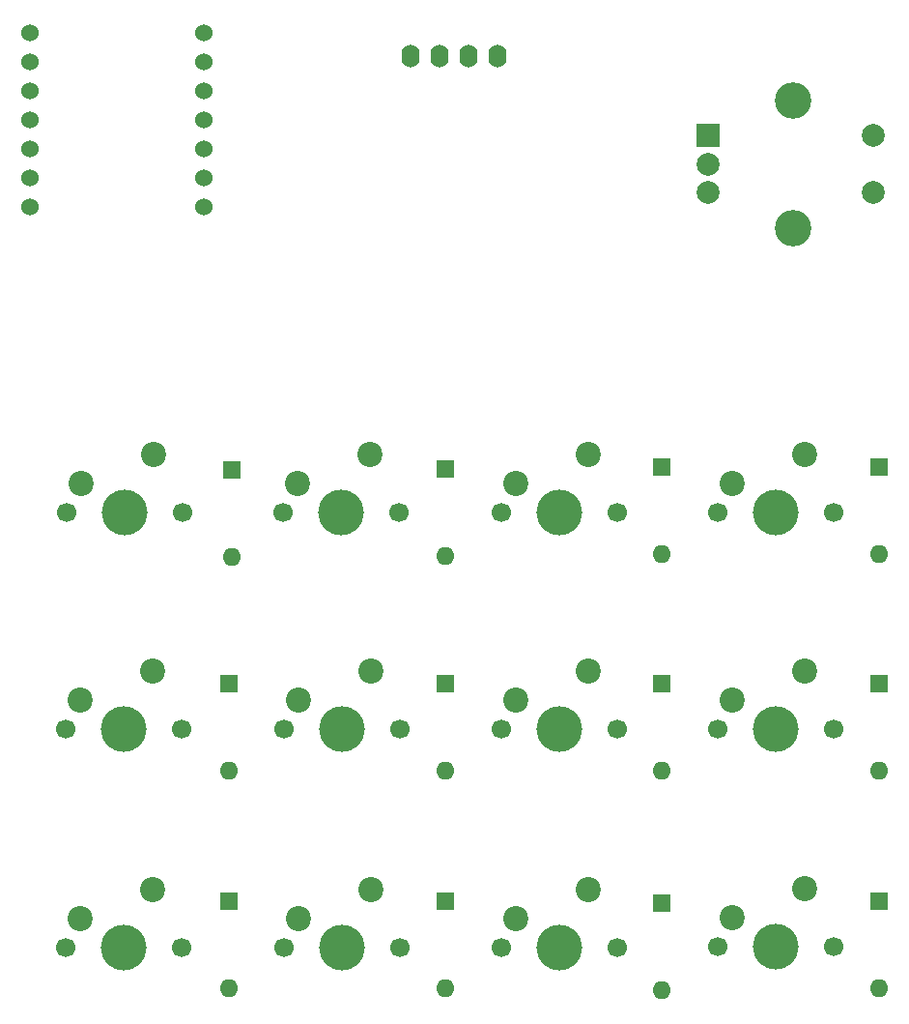
<source format=gbr>
%TF.GenerationSoftware,KiCad,Pcbnew,8.0.8*%
%TF.CreationDate,2025-02-20T19:12:18+01:00*%
%TF.ProjectId,lakypad,6c616b79-7061-4642-9e6b-696361645f70,rev?*%
%TF.SameCoordinates,Original*%
%TF.FileFunction,Soldermask,Bot*%
%TF.FilePolarity,Negative*%
%FSLAX46Y46*%
G04 Gerber Fmt 4.6, Leading zero omitted, Abs format (unit mm)*
G04 Created by KiCad (PCBNEW 8.0.8) date 2025-02-20 19:12:18*
%MOMM*%
%LPD*%
G01*
G04 APERTURE LIST*
%ADD10R,2.000000X2.000000*%
%ADD11C,2.000000*%
%ADD12C,3.200000*%
%ADD13C,1.700000*%
%ADD14C,4.000000*%
%ADD15C,2.200000*%
%ADD16R,1.600000X1.600000*%
%ADD17O,1.600000X1.600000*%
%ADD18O,1.600000X2.000000*%
%ADD19C,1.524000*%
G04 APERTURE END LIST*
D10*
%TO.C,SW13*%
X167000000Y-32000000D03*
D11*
X167000000Y-37000000D03*
X167000000Y-34500000D03*
D12*
X174500000Y-28900000D03*
X174500000Y-40100000D03*
D11*
X181500000Y-37000000D03*
X181500000Y-32000000D03*
%TD*%
D13*
%TO.C,SW12*%
X148920000Y-103100000D03*
D14*
X154000000Y-103100000D03*
D13*
X159080000Y-103100000D03*
D15*
X156540000Y-98020000D03*
X150190000Y-100560000D03*
%TD*%
D13*
%TO.C,SW11*%
X167920000Y-103000000D03*
D14*
X173000000Y-103000000D03*
D13*
X178080000Y-103000000D03*
D15*
X175540000Y-97920000D03*
X169190000Y-100460000D03*
%TD*%
D13*
%TO.C,SW10*%
X148920000Y-84000000D03*
D14*
X154000000Y-84000000D03*
D13*
X159080000Y-84000000D03*
D15*
X156540000Y-78920000D03*
X150190000Y-81460000D03*
%TD*%
D13*
%TO.C,SW9*%
X167920000Y-84000000D03*
D14*
X173000000Y-84000000D03*
D13*
X178080000Y-84000000D03*
D15*
X175540000Y-78920000D03*
X169190000Y-81460000D03*
%TD*%
D13*
%TO.C,SW8*%
X148920000Y-65000000D03*
D14*
X154000000Y-65000000D03*
D13*
X159080000Y-65000000D03*
D15*
X156540000Y-59920000D03*
X150190000Y-62460000D03*
%TD*%
D13*
%TO.C,SW7*%
X167920000Y-65000000D03*
D14*
X173000000Y-65000000D03*
D13*
X178080000Y-65000000D03*
D15*
X175540000Y-59920000D03*
X169190000Y-62460000D03*
%TD*%
D13*
%TO.C,SW6*%
X129840000Y-103100000D03*
D14*
X134920000Y-103100000D03*
D13*
X140000000Y-103100000D03*
D15*
X137460000Y-98020000D03*
X131110000Y-100560000D03*
%TD*%
D13*
%TO.C,SW5*%
X129840000Y-84000000D03*
D14*
X134920000Y-84000000D03*
D13*
X140000000Y-84000000D03*
D15*
X137460000Y-78920000D03*
X131110000Y-81460000D03*
%TD*%
D13*
%TO.C,SW4*%
X129820000Y-65000000D03*
D14*
X134900000Y-65000000D03*
D13*
X139980000Y-65000000D03*
D15*
X137440000Y-59920000D03*
X131090000Y-62460000D03*
%TD*%
D13*
%TO.C,SW3*%
X110770000Y-103100000D03*
D14*
X115850000Y-103100000D03*
D13*
X120930000Y-103100000D03*
D15*
X118390000Y-98020000D03*
X112040000Y-100560000D03*
%TD*%
D13*
%TO.C,SW2*%
X110770000Y-84000000D03*
D14*
X115850000Y-84000000D03*
D13*
X120930000Y-84000000D03*
D15*
X118390000Y-78920000D03*
X112040000Y-81460000D03*
%TD*%
D13*
%TO.C,SW1*%
X110790000Y-65000000D03*
D14*
X115870000Y-65000000D03*
D13*
X120950000Y-65000000D03*
D15*
X118410000Y-59920000D03*
X112060000Y-62460000D03*
%TD*%
D16*
%TO.C,D7*%
X182000000Y-61000000D03*
D17*
X182000000Y-68620000D03*
%TD*%
D16*
%TO.C,D11*%
X182000000Y-99000000D03*
D17*
X182000000Y-106620000D03*
%TD*%
D16*
%TO.C,D4*%
X144000000Y-61190000D03*
D17*
X144000000Y-68810000D03*
%TD*%
D16*
%TO.C,D8*%
X163000000Y-61000000D03*
D17*
X163000000Y-68620000D03*
%TD*%
D16*
%TO.C,D5*%
X144000000Y-80000000D03*
D17*
X144000000Y-87620000D03*
%TD*%
D16*
%TO.C,D6*%
X144000000Y-99000000D03*
D17*
X144000000Y-106620000D03*
%TD*%
D16*
%TO.C,D1*%
X125282500Y-61231250D03*
D17*
X125282500Y-68851250D03*
%TD*%
D16*
%TO.C,D12*%
X163000000Y-99231250D03*
D17*
X163000000Y-106851250D03*
%TD*%
D16*
%TO.C,D3*%
X125000000Y-99000000D03*
D17*
X125000000Y-106620000D03*
%TD*%
D16*
%TO.C,D2*%
X125000000Y-80000000D03*
D17*
X125000000Y-87620000D03*
%TD*%
D16*
%TO.C,D10*%
X163000000Y-80000000D03*
D17*
X163000000Y-87620000D03*
%TD*%
D16*
%TO.C,D9*%
X182000000Y-80000000D03*
D17*
X182000000Y-87620000D03*
%TD*%
D18*
%TO.C,Brd1*%
X148540000Y-25000000D03*
X146000000Y-25000000D03*
X143460000Y-25000000D03*
X140920000Y-25000000D03*
%TD*%
D19*
%TO.C,U1*%
X107635000Y-23000000D03*
X107635000Y-25540000D03*
X107635000Y-28080000D03*
X107635000Y-30620000D03*
X107635000Y-33160000D03*
X107635000Y-35700000D03*
X107635000Y-38240000D03*
X122875000Y-38240000D03*
X122875000Y-35700000D03*
X122875000Y-33160000D03*
X122875000Y-30620000D03*
X122875000Y-28080000D03*
X122875000Y-25540000D03*
X122875000Y-23000000D03*
%TD*%
M02*

</source>
